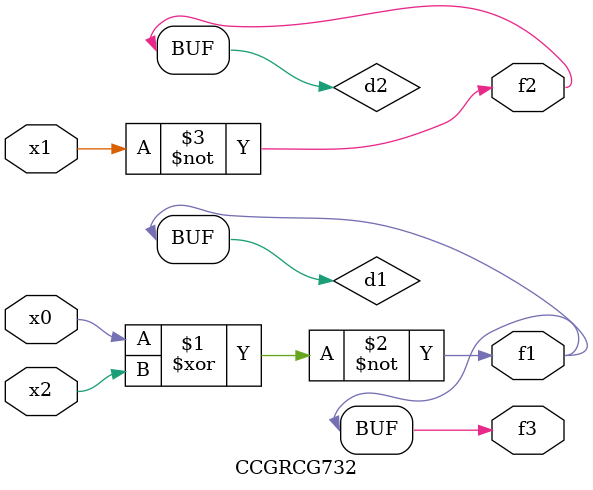
<source format=v>
module CCGRCG732(
	input x0, x1, x2,
	output f1, f2, f3
);

	wire d1, d2, d3;

	xnor (d1, x0, x2);
	nand (d2, x1);
	nor (d3, x1, x2);
	assign f1 = d1;
	assign f2 = d2;
	assign f3 = d1;
endmodule

</source>
